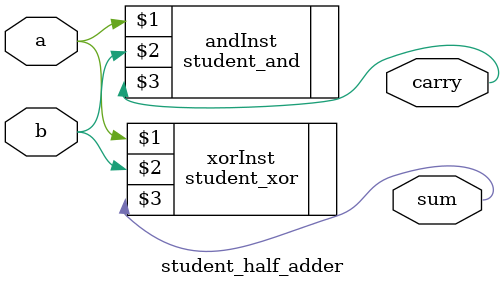
<source format=v>
module student_half_adder(input a, b, output sum, carry);
    // Details in the textbook.
    student_xor xorInst(a, b, sum);
    student_and andInst(a, b, carry);
endmodule
</source>
